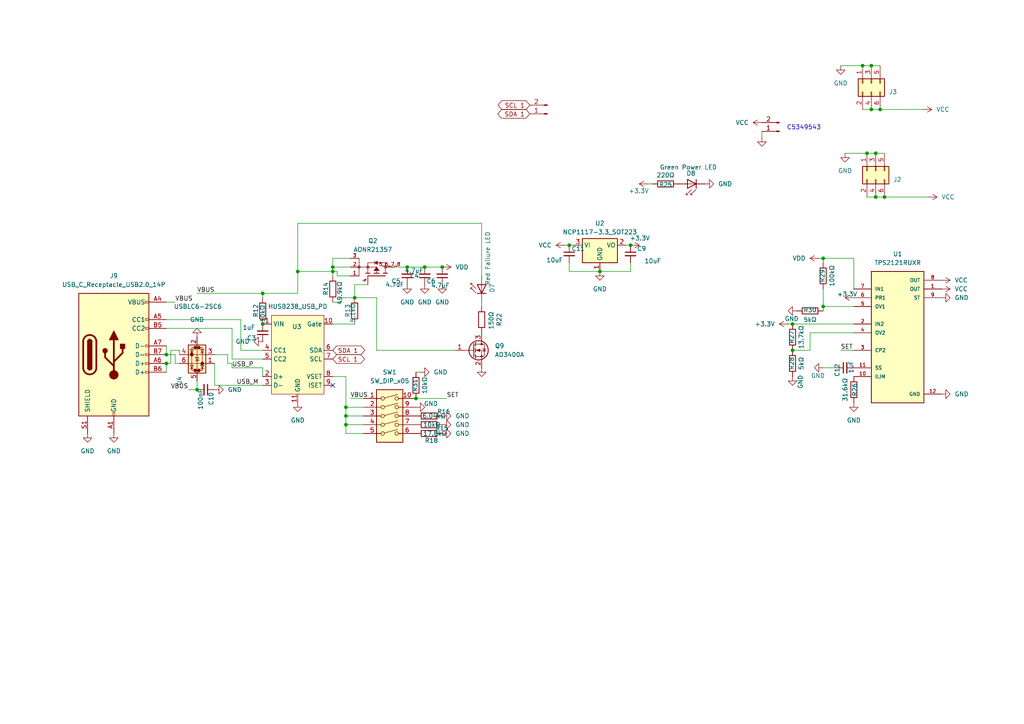
<source format=kicad_sch>
(kicad_sch (version 20250114) (generator "eeschema") (generator_version "9.0")
  (paper "A4")
  (lib_symbols
    (symbol "Connector:Conn_01x02_Pin" (pin_names (offset 1.016) (hide yes))
      (property "Reference" "J" (at 0 2.54 0))
      (property "Value" "Conn_01x02_Pin" (at 0 -5.08 0))
      (symbol "Conn_01x02_Pin_1_1"
        (rectangle (start 0.8636 0.127) (end 0 -0.127) (stroke (width 0.1524)) (fill (type outline)))
        (rectangle (start 0.8636 -2.413) (end 0 -2.667) (stroke (width 0.1524)) (fill (type outline)))
        (polyline (pts (xy 1.27 0) (xy 0.8636 0)) (stroke (width 0.1524)))
        (polyline (pts (xy 1.27 -2.54) (xy 0.8636 -2.54)) (stroke (width 0.1524)))
        (pin passive line (at 5.08 0 180) (length 3.81) (name "Pin_1") (number "1"))
        (pin passive line (at 5.08 -2.54 180) (length 3.81) (name "Pin_2") (number "2"))
      )
    )
    (symbol "Connector:USB_C_Receptacle_USB2.0_14P" (pin_names (offset 1.016))
      (property "Reference" "J" (at 0 22.225 0))
      (property "Value" "USB_C_Receptacle_USB2.0_14P" (at 0 19.685 0))
      (symbol "USB_C_Receptacle_USB2.0_14P_0_0"
        (rectangle (start -0.254 -17.78) (end 0.254 -16.764))
        (rectangle (start 10.16 15.494) (end 9.144 14.986))
        (rectangle (start 10.16 10.414) (end 9.144 9.906))
        (rectangle (start 10.16 7.874) (end 9.144 7.366))
        (rectangle (start 10.16 2.794) (end 9.144 2.286))
        (rectangle (start 10.16 0.254) (end 9.144 -0.254))
        (rectangle (start 10.16 -2.286) (end 9.144 -2.794))
        (rectangle (start 10.16 -4.826) (end 9.144 -5.334))
      )
      (symbol "USB_C_Receptacle_USB2.0_14P_0_1"
        (rectangle (start -10.16 17.78) (end 10.16 -17.78) (stroke (width 0.254)) (fill (type background)))
        (polyline (pts (xy -8.89 -3.81) (xy -8.89 3.81)) (stroke (width 0.508)))
        (rectangle (start -7.62 -3.81) (end -6.35 3.81) (stroke (width 0.254)) (fill (type outline)))
        (arc (start -7.62 3.81) (mid -6.985 4.4423) (end -6.35 3.81) (stroke (width 0.254)))
        (arc (start -7.62 3.81) (mid -6.985 4.4423) (end -6.35 3.81) (stroke (width 0.254)) (fill (type outline)))
        (arc (start -8.89 3.81) (mid -6.985 5.7067) (end -5.08 3.81) (stroke (width 0.508)))
        (arc (start -5.08 -3.81) (mid -6.985 -5.7067) (end -8.89 -3.81) (stroke (width 0.508)))
        (arc (start -6.35 -3.81) (mid -6.985 -4.4423) (end -7.62 -3.81) (stroke (width 0.254)))
        (arc (start -6.35 -3.81) (mid -6.985 -4.4423) (end -7.62 -3.81) (stroke (width 0.254)) (fill (type outline)))
        (polyline (pts (xy -5.08 3.81) (xy -5.08 -3.81)) (stroke (width 0.508)))
        (circle (center -2.54 1.143) (radius 0.635) (stroke (width 0.254)) (fill (type outline)))
        (polyline (pts (xy -1.27 4.318) (xy 0 6.858) (xy 1.27 4.318) (xy -1.27 4.318)) (stroke (width 0.254)) (fill (type outline)))
        (polyline (pts (xy 0 -2.032) (xy 2.54 0.508) (xy 2.54 1.778)) (stroke (width 0.508)))
        (polyline (pts (xy 0 -3.302) (xy -2.54 -0.762) (xy -2.54 0.508)) (stroke (width 0.508)))
        (polyline (pts (xy 0 -5.842) (xy 0 4.318)) (stroke (width 0.508)))
        (circle (center 0 -5.842) (radius 1.27) (fill (type outline)))
        (rectangle (start 1.905 1.778) (end 3.175 3.048) (stroke (width 0.254)) (fill (type outline)))
      )
      (symbol "USB_C_Receptacle_USB2.0_14P_1_1"
        (pin passive line (at -7.62 -22.86 90) (length 5.08) (name "SHIELD") (number "S1"))
        (pin passive line (at 0 -22.86 90) (length 5.08) (name "GND") (number "A1"))
        (pin passive line (at 0 -22.86 90) (length 5.08) (hide yes) (name "GND") (number "A12"))
        (pin passive line (at 0 -22.86 90) (length 5.08) (hide yes) (name "GND") (number "B1"))
        (pin passive line (at 0 -22.86 90) (length 5.08) (hide yes) (name "GND") (number "B12"))
        (pin passive line (at 15.24 15.24 180) (length 5.08) (name "VBUS") (number "A4"))
        (pin passive line (at 15.24 15.24 180) (length 5.08) (hide yes) (name "VBUS") (number "A9"))
        (pin passive line (at 15.24 15.24 180) (length 5.08) (hide yes) (name "VBUS") (number "B4"))
        (pin passive line (at 15.24 15.24 180) (length 5.08) (hide yes) (name "VBUS") (number "B9"))
        (pin bidirectional line (at 15.24 10.16 180) (length 5.08) (name "CC1") (number "A5"))
        (pin bidirectional line (at 15.24 7.62 180) (length 5.08) (name "CC2") (number "B5"))
        (pin bidirectional line (at 15.24 2.54 180) (length 5.08) (name "D-") (number "A7"))
        (pin bidirectional line (at 15.24 0 180) (length 5.08) (name "D-") (number "B7"))
        (pin bidirectional line (at 15.24 -2.54 180) (length 5.08) (name "D+") (number "A6"))
        (pin bidirectional line (at 15.24 -5.08 180) (length 5.08) (name "D+") (number "B6"))
      )
    )
    (symbol "Connector_Generic:Conn_02x03_Odd_Even" (pin_names (offset 1.016) (hide yes))
      (property "Reference" "J" (at 1.27 5.08 0))
      (property "Value" "Conn_02x03_Odd_Even" (at 1.27 -5.08 0))
      (symbol "Conn_02x03_Odd_Even_1_1"
        (rectangle (start -1.27 3.81) (end 3.81 -3.81) (stroke (width 0.254)) (fill (type background)))
        (rectangle (start -1.27 2.667) (end 0 2.413) (stroke (width 0.1524)))
        (rectangle (start -1.27 0.127) (end 0 -0.127) (stroke (width 0.1524)))
        (rectangle (start -1.27 -2.413) (end 0 -2.667) (stroke (width 0.1524)))
        (rectangle (start 3.81 2.667) (end 2.54 2.413) (stroke (width 0.1524)))
        (rectangle (start 3.81 0.127) (end 2.54 -0.127) (stroke (width 0.1524)))
        (rectangle (start 3.81 -2.413) (end 2.54 -2.667) (stroke (width 0.1524)))
        (pin passive line (at -5.08 2.54 0) (length 3.81) (name "Pin_1") (number "1"))
        (pin passive line (at -5.08 0 0) (length 3.81) (name "Pin_3") (number "3"))
        (pin passive line (at -5.08 -2.54 0) (length 3.81) (name "Pin_5") (number "5"))
        (pin passive line (at 7.62 2.54 180) (length 3.81) (name "Pin_2") (number "2"))
        (pin passive line (at 7.62 0 180) (length 3.81) (name "Pin_4") (number "4"))
        (pin passive line (at 7.62 -2.54 180) (length 3.81) (name "Pin_6") (number "6"))
      )
    )
    (symbol "Custom_Parts:LED" (pin_numbers (hide yes)) (pin_names (offset 1.016) (hide yes))
      (property "Reference" "D" (at 0.508 1.778 0))
      (property "Value" "LED" (at -1.016 -2.794 0))
      (symbol "LED_0_1"
        (polyline (pts (xy -2.54 1.27) (xy -2.54 -1.27)) (stroke (width 0.254)))
        (polyline (pts (xy -2.413 1.651) (xy -0.889 3.175) (xy -0.889 2.667) (xy -0.889 3.175) (xy -1.397 3.175)))
        (polyline (pts (xy -1.143 1.651) (xy 0.381 3.175) (xy 0.381 2.667)))
        (polyline (pts (xy 0 0) (xy -2.54 0)))
        (polyline (pts (xy 0 -1.27) (xy -2.54 0) (xy 0 1.27) (xy 0 -1.27)) (stroke (width 0.254)))
        (polyline (pts (xy 0.381 3.175) (xy -0.127 3.175)))
      )
      (symbol "LED_1_1"
        (pin passive line (at -5.08 0 0) (length 2.54) (name "K") (number "1"))
        (pin passive line (at 2.54 0 180) (length 2.54) (name "A") (number "2"))
      )
    )
    (symbol "Device:C_Small" (pin_numbers (hide yes)) (pin_names (offset 0.254) (hide yes))
      (property "Reference" "C" (at 0.254 1.778 0))
      (property "Value" "C_Small" (at 0.254 -2.032 0))
      (symbol "C_Small_0_1"
        (polyline (pts (xy -1.524 0.508) (xy 1.524 0.508)) (stroke (width 0.3048)))
        (polyline (pts (xy -1.524 -0.508) (xy 1.524 -0.508)) (stroke (width 0.3302)))
      )
      (symbol "C_Small_1_1"
        (pin passive line (at 0 2.54 270) (length 2.032) (name "~") (number "1"))
        (pin passive line (at 0 -2.54 90) (length 2.032) (name "~") (number "2"))
      )
    )
    (symbol "New_Library:HUSB238"
      (property "Reference" "U" (at 2.032 5.334 0))
      (property "Value" "HUSB238_USB_PD" (at 0.254 12.954 0))
      (symbol "HUSB238_1_1"
        (rectangle (start -7.62 11.43) (end 7.62 -11.43) (fill (type background)))
        (pin power_in line (at -10.16 8.89 0) (length 2.54) (name "VIN") (number "1"))
        (pin input line (at -10.16 1.27 0) (length 2.54) (name "CC1") (number "4"))
        (pin input line (at -10.16 -1.27 0) (length 2.54) (name "CC2") (number "5"))
        (pin input line (at -10.16 -6.35 0) (length 2.54) (name "D+") (number "2"))
        (pin input line (at -10.16 -8.89 0) (length 2.54) (name "D-") (number "3"))
        (pin power_in line (at 0 -13.97 90) (length 2.54) (name "GND") (number "11"))
        (pin output line (at 10.16 8.89 180) (length 2.54) (name "Gate") (number "10"))
        (pin input line (at 10.16 1.27 180) (length 2.54) (name "SDA") (number "6"))
        (pin bidirectional line (at 10.16 -1.27 180) (length 2.54) (name "SCL") (number "7"))
        (pin input line (at 10.16 -6.35 180) (length 2.54) (name "VSET") (number "8"))
        (pin input line (at 10.16 -8.89 180) (length 2.54) (name "ISET") (number "9"))
      )
    )
    (symbol "PCM_SL_Resistors:1k"
      (property "Reference" "R" (at 0 5.08 0))
      (property "Value" "1k" (at 0 2.54 0))
      (symbol "1k_0_1"
        (rectangle (start -2.286 0.889) (end 2.286 -0.889) (stroke (width 0.24)))
      )
      (symbol "1k_1_1"
        (pin passive line (at -3.81 0 0) (length 1.5) (name "") (number "1"))
        (pin passive line (at 3.81 0 180) (length 1.5) (name "~") (number "2"))
      )
    )
    (symbol "PCM_SL_Resistors:4.7k"
      (property "Reference" "R" (at 0 5.08 0))
      (property "Value" "4.7k" (at 0 2.54 0))
      (symbol "4.7k_0_1"
        (rectangle (start -2.286 0.889) (end 2.286 -0.889) (stroke (width 0.24)))
      )
      (symbol "4.7k_1_1"
        (pin passive line (at -3.81 0 0) (length 1.5) (name "") (number "1"))
        (pin passive line (at 3.81 0 180) (length 1.5) (name "~") (number "2"))
      )
    )
    (symbol "Power_Protection:USBLC6-2SC6" (pin_names (hide yes))
      (property "Reference" "U" (at 0.635 5.715 0))
      (property "Value" "USBLC6-2SC6" (at 0.635 3.81 0))
      (symbol "USBLC6-2SC6_0_0"
        (circle (center -1.524 0) (radius 0.0001) (stroke (width 0.508)))
        (circle (center -0.508 2.032) (radius 0.0001) (stroke (width 0.508)))
        (circle (center -0.508 -4.572) (radius 0.0001) (stroke (width 0.508)))
        (circle (center 0.508 2.032) (radius 0.0001) (stroke (width 0.508)))
        (circle (center 0.508 -4.572) (radius 0.0001) (stroke (width 0.508)))
        (circle (center 1.524 -2.54) (radius 0.0001) (stroke (width 0.508)))
      )
      (symbol "USBLC6-2SC6_0_1"
        (polyline (pts (xy -2.54 0) (xy 2.54 0)))
        (polyline (pts (xy -2.54 -2.54) (xy 2.54 -2.54)))
        (polyline (pts (xy -2.032 0.508) (xy -1.016 0.508) (xy -1.524 1.524) (xy -2.032 0.508)))
        (polyline (pts (xy -2.032 -3.048) (xy -1.016 -3.048)))
        (polyline (pts (xy -1.016 1.524) (xy -2.032 1.524)))
        (polyline (pts (xy -1.016 -4.064) (xy -2.032 -4.064) (xy -1.524 -3.048) (xy -1.016 -4.064)))
        (polyline (pts (xy -0.508 -1.143) (xy -0.508 -0.762) (xy 0.508 -0.762)))
        (polyline (pts (xy 0 2.54) (xy -0.508 2.032) (xy 0.508 2.032) (xy 0 1.524) (xy 0 -4.064) (xy -0.508 -4.572) (xy 0.508 -4.572) (xy 0 -5.08)))
        (polyline (pts (xy 0.508 -1.778) (xy -0.508 -1.778) (xy 0 -0.762) (xy 0.508 -1.778)))
        (polyline (pts (xy 1.016 1.524) (xy 2.032 1.524)))
        (polyline (pts (xy 1.016 -3.048) (xy 2.032 -3.048)))
        (polyline (pts (xy 2.032 0.508) (xy 1.016 0.508) (xy 1.524 1.524) (xy 2.032 0.508)))
        (polyline (pts (xy 2.032 -4.064) (xy 1.016 -4.064) (xy 1.524 -3.048) (xy 2.032 -4.064)))
      )
      (symbol "USBLC6-2SC6_1_1"
        (rectangle (start -2.54 2.794) (end 2.54 -5.334) (stroke (width 0.254)) (fill (type background)))
        (polyline (pts (xy -0.508 2.032) (xy -1.524 2.032) (xy -1.524 -4.572) (xy -0.508 -4.572)))
        (polyline (pts (xy 0.508 -4.572) (xy 1.524 -4.572) (xy 1.524 2.032) (xy 0.508 2.032)))
        (pin passive line (at -5.08 0 0) (length 2.54) (name "I/O1") (number "1"))
        (pin passive line (at -5.08 -2.54 0) (length 2.54) (name "I/O2") (number "3"))
        (pin passive line (at 0 5.08 270) (length 2.54) (name "VBUS") (number "5"))
        (pin passive line (at 0 -7.62 90) (length 2.54) (name "GND") (number "2"))
        (pin passive line (at 5.08 0 180) (length 2.54) (name "I/O1") (number "6"))
        (pin passive line (at 5.08 -2.54 180) (length 2.54) (name "I/O2") (number "4"))
      )
    )
    (symbol "Regulator_Linear:NCP1117-3.3_SOT223"
      (property "Reference" "U" (at -3.81 3.175 0))
      (property "Value" "NCP1117-3.3_SOT223" (at 0 3.175 0))
      (symbol "NCP1117-3.3_SOT223_0_1"
        (rectangle (start -5.08 -5.08) (end 5.08 1.905) (stroke (width 0.254)) (fill (type background)))
      )
      (symbol "NCP1117-3.3_SOT223_1_1"
        (pin power_in line (at -7.62 0 0) (length 2.54) (name "VI") (number "3"))
        (pin power_in line (at 0 -7.62 90) (length 2.54) (name "GND") (number "1"))
        (pin power_out line (at 7.62 0 180) (length 2.54) (name "VO") (number "2"))
      )
    )
    (symbol "Switch:SW_DIP_x05" (pin_names (offset 0) (hide yes))
      (property "Reference" "SW" (at 0 8.89 0))
      (property "Value" "SW_DIP_x05" (at 0 -8.89 0))
      (symbol "SW_DIP_x05_0_0"
        (circle (center -2.032 5.08) (radius 0.508))
        (circle (center -2.032 2.54) (radius 0.508))
        (circle (center -2.032 0) (radius 0.508))
        (circle (center -2.032 -2.54) (radius 0.508))
        (circle (center -2.032 -5.08) (radius 0.508))
        (polyline (pts (xy -1.524 5.207) (xy 2.3622 6.2484)))
        (polyline (pts (xy -1.524 2.667) (xy 2.3622 3.7084)))
        (polyline (pts (xy -1.524 0.127) (xy 2.3622 1.1684)))
        (polyline (pts (xy -1.524 -2.3876) (xy 2.3622 -1.3462)))
        (polyline (pts (xy -1.524 -4.9276) (xy 2.3622 -3.8862)))
        (circle (center 2.032 5.08) (radius 0.508))
        (circle (center 2.032 2.54) (radius 0.508))
        (circle (center 2.032 0) (radius 0.508))
        (circle (center 2.032 -2.54) (radius 0.508))
        (circle (center 2.032 -5.08) (radius 0.508))
      )
      (symbol "SW_DIP_x05_0_1"
        (rectangle (start -3.81 7.62) (end 3.81 -7.62) (stroke (width 0.254)) (fill (type background)))
      )
      (symbol "SW_DIP_x05_1_1"
        (pin passive line (at -7.62 5.08 0) (length 5.08) (name "~") (number "1"))
        (pin passive line (at -7.62 2.54 0) (length 5.08) (name "~") (number "2"))
        (pin passive line (at -7.62 0 0) (length 5.08) (name "~") (number "3"))
        (pin passive line (at -7.62 -2.54 0) (length 5.08) (name "~") (number "4"))
        (pin passive line (at -7.62 -5.08 0) (length 5.08) (name "~") (number "5"))
        (pin passive line (at 7.62 5.08 180) (length 5.08) (name "~") (number "10"))
        (pin passive line (at 7.62 2.54 180) (length 5.08) (name "~") (number "9"))
        (pin passive line (at 7.62 0 180) (length 5.08) (name "~") (number "8"))
        (pin passive line (at 7.62 -2.54 180) (length 5.08) (name "~") (number "7"))
        (pin passive line (at 7.62 -5.08 180) (length 5.08) (name "~") (number "6"))
      )
    )
    (symbol "TPS2121RUXR:TPS2121RUXR" (pin_names (offset 1.016))
      (property "Reference" "U1" (at 0 25.4 0))
      (property "Value" "TPS2121RUXR" (at 0 22.86 0))
      (symbol "TPS2121RUXR_0_0"
        (rectangle (start -7.62 20.32) (end 7.62 -17.78) (stroke (width 0.254)) (fill (type background)))
        (pin input line (at -12.7 15.24 0) (length 5.08) (name "IN1") (number "7"))
        (pin input line (at -12.7 12.7 0) (length 5.08) (name "PR1") (number "6"))
        (pin input line (at -12.7 10.16 0) (length 5.08) (name "OV1") (number "5"))
        (pin input line (at -12.7 5.08 0) (length 5.08) (name "IN2") (number "2"))
        (pin input line (at -12.7 2.54 0) (length 5.08) (name "OV2") (number "4"))
        (pin input line (at -12.7 -2.54 0) (length 5.08) (name "CP2") (number "3"))
        (pin passive line (at -12.7 -7.62 0) (length 5.08) (name "SS") (number "11"))
        (pin passive line (at -12.7 -10.16 0) (length 5.08) (name "ILIM") (number "10"))
        (pin output line (at 12.7 12.7 180) (length 5.08) (name "ST") (number "9"))
        (pin power_in line (at 12.7 -15.24 180) (length 5.08) (name "GND") (number "12"))
      )
      (symbol "TPS2121RUXR_1_0"
        (pin output line (at 12.7 17.78 180) (length 5.08) (name "OUT") (number "8"))
        (pin output line (at 12.7 15.24 180) (length 5.08) (name "OUT") (number "1"))
      )
    )
    (symbol "Transistor_FET:AO3400A" (pin_names (hide yes))
      (property "Reference" "Q" (at 5.08 1.905 0))
      (property "Value" "AO3400A" (at 5.08 0 0))
      (symbol "AO3400A_0_1"
        (polyline (pts (xy 0.254 1.905) (xy 0.254 -1.905)) (stroke (width 0.254)))
        (polyline (pts (xy 0.254 0) (xy -2.54 0)))
        (polyline (pts (xy 0.762 2.286) (xy 0.762 1.27)) (stroke (width 0.254)))
        (polyline (pts (xy 0.762 0.508) (xy 0.762 -0.508)) (stroke (width 0.254)))
        (polyline (pts (xy 0.762 -1.27) (xy 0.762 -2.286)) (stroke (width 0.254)))
        (polyline (pts (xy 0.762 -1.778) (xy 3.302 -1.778) (xy 3.302 1.778) (xy 0.762 1.778)))
        (polyline (pts (xy 1.016 0) (xy 2.032 0.381) (xy 2.032 -0.381) (xy 1.016 0)) (fill (type outline)))
        (circle (center 1.651 0) (radius 2.794) (stroke (width 0.254)))
        (polyline (pts (xy 2.54 2.54) (xy 2.54 1.778)))
        (circle (center 2.54 1.778) (radius 0.254) (fill (type outline)))
        (circle (center 2.54 -1.778) (radius 0.254) (fill (type outline)))
        (polyline (pts (xy 2.54 -2.54) (xy 2.54 0) (xy 0.762 0)))
        (polyline (pts (xy 2.794 0.508) (xy 2.921 0.381) (xy 3.683 0.381) (xy 3.81 0.254)))
        (polyline (pts (xy 3.302 0.381) (xy 2.921 -0.254) (xy 3.683 -0.254) (xy 3.302 0.381)))
      )
      (symbol "AO3400A_1_1"
        (pin input line (at -5.08 0 0) (length 2.54) (name "G") (number "1"))
        (pin passive line (at 2.54 5.08 270) (length 2.54) (name "D") (number "3"))
        (pin passive line (at 2.54 -5.08 90) (length 2.54) (name "S") (number "2"))
      )
    )
    (symbol "mosfet:AONR21307" (pin_names (offset 1.016))
      (property "Reference" "Q" (at 5.08 0.381 0))
      (property "Value" "AONR21307" (at 5.08 -2.159 0))
      (symbol "AONR21307_0_0"
        (polyline (pts (xy 0 5.08) (xy 2.54 5.08)) (stroke (width 0.1524)))
        (polyline (pts (xy 0 -2.54) (xy 0 2.54)) (stroke (width 0.254)))
        (polyline (pts (xy 0.762 2.54) (xy 0.762 3.175)) (stroke (width 0.254)))
        (polyline (pts (xy 0.762 1.905) (xy 0.762 2.54)) (stroke (width 0.254)))
        (polyline (pts (xy 0.762 0) (xy 0.762 0.762)) (stroke (width 0.254)))
        (polyline (pts (xy 0.762 0) (xy 2.54 0)) (stroke (width 0.1524)))
        (polyline (pts (xy 0.762 -0.762) (xy 0.762 0)) (stroke (width 0.254)))
        (polyline (pts (xy 0.762 -2.54) (xy 0.762 -1.905)) (stroke (width 0.254)))
        (polyline (pts (xy 0.762 -2.54) (xy 3.81 -2.54)) (stroke (width 0.1524)))
        (polyline (pts (xy 0.762 -3.175) (xy 0.762 -2.54)) (stroke (width 0.254)))
        (polyline (pts (xy 2.54 5.08) (xy 2.54 2.54)) (stroke (width 0.1524)))
        (polyline (pts (xy 2.54 5.08) (xy 5.08 5.08)) (stroke (width 0.1524)))
        (circle (center 2.54 5.08) (radius 0.3592))
        (polyline (pts (xy 2.54 2.54) (xy 0.762 2.54)) (stroke (width 0.1524)))
        (polyline (pts (xy 2.54 2.54) (xy 3.81 2.54)) (stroke (width 0.1524)))
        (circle (center 2.54 2.54) (radius 0.3592))
        (polyline (pts (xy 2.54 0) (xy 2.54 2.54)) (stroke (width 0.1524)))
        (polyline (pts (xy 2.54 0) (xy 1.524 0.762) (xy 1.524 -0.762) (xy 2.54 0)) (stroke (width 0.1524)) (fill (type outline)))
        (circle (center 2.54 -2.54) (radius 0.3592))
        (polyline (pts (xy 3.302 0.508) (xy 3.81 0.508)) (stroke (width 0.1524)))
        (polyline (pts (xy 3.81 0.508) (xy 3.81 2.54)) (stroke (width 0.1524)))
        (polyline (pts (xy 3.81 0.508) (xy 4.318 0.508)) (stroke (width 0.1524)))
        (polyline (pts (xy 3.81 0.508) (xy 4.318 -0.254) (xy 3.302 -0.254) (xy 3.81 0.508)) (stroke (width 0.1524)) (fill (type outline)))
        (polyline (pts (xy 3.81 -2.54) (xy 3.81 0.508)) (stroke (width 0.1524)))
        (pin passive line (at -2.54 2.54 0) (length 2.54) (name "~") (number "4"))
        (pin passive line (at 0 7.62 270) (length 2.54) (name "~") (number "1"))
        (pin passive line (at 2.54 7.62 270) (length 2.54) (name "~") (number "2"))
        (pin passive line (at 2.54 -5.08 90) (length 2.54) (name "~") (number "5_6_7_8"))
        (pin passive line (at 5.08 7.62 270) (length 2.54) (name "~") (number "3"))
      )
    )
    (symbol "power:+3.3V" (power) (pin_numbers (hide yes)) (pin_names (offset 0) (hide yes))
      (property "Value" "+3.3V" (at 0 3.556 0))
      (symbol "+3.3V_0_1"
        (polyline (pts (xy -0.762 1.27) (xy 0 2.54)))
        (polyline (pts (xy 0 2.54) (xy 0.762 1.27)))
        (polyline (pts (xy 0 0) (xy 0 2.54)))
      )
      (symbol "+3.3V_1_1"
        (pin power_in line (at 0 0 90) (length 0) (name "~") (number "1"))
      )
    )
    (symbol "power:GND" (power) (pin_numbers (hide yes)) (pin_names (offset 0) (hide yes))
      (property "Value" "GND" (at 0 -3.81 0))
      (symbol "GND_0_1"
        (polyline (pts (xy 0 0) (xy 0 -1.27) (xy 1.27 -1.27) (xy 0 -2.54) (xy -1.27 -1.27) (xy 0 -1.27)))
      )
      (symbol "GND_1_1"
        (pin power_in line (at 0 0 270) (length 0) (name "~") (number "1"))
      )
    )
    (symbol "power:VCC" (power) (pin_numbers (hide yes)) (pin_names (offset 0) (hide yes))
      (property "Value" "VCC" (at 0 3.556 0))
      (symbol "VCC_0_1"
        (polyline (pts (xy -0.762 1.27) (xy 0 2.54)))
        (polyline (pts (xy 0 2.54) (xy 0.762 1.27)))
        (polyline (pts (xy 0 0) (xy 0 2.54)))
      )
      (symbol "VCC_1_1"
        (pin power_in line (at 0 0 90) (length 0) (name "~") (number "1"))
      )
    )
    (symbol "power:VDD" (power) (pin_numbers (hide yes)) (pin_names (offset 0) (hide yes))
      (property "Value" "VDD" (at 0 3.556 0))
      (symbol "VDD_0_1"
        (polyline (pts (xy -0.762 1.27) (xy 0 2.54)))
        (polyline (pts (xy 0 2.54) (xy 0.762 1.27)))
        (polyline (pts (xy 0 0) (xy 0 2.54)))
      )
      (symbol "VDD_1_1"
        (pin power_in line (at 0 0 90) (length 0) (name "~") (number "1"))
      )
    )
  )
  (text "C5349543\n" (at 233.172 37.084 0) (effects (font (size 1.27 1.27))))
  (junction (at 229.87 101.6))
  (junction (at 118.11 77.47))
  (junction (at 256.54 57.15))
  (junction (at 254 57.15))
  (junction (at 57.15 113.03))
  (junction (at 252.73 19.05))
  (junction (at 48.26 102.87))
  (junction (at 128.27 77.47))
  (junction (at 100.33 120.65))
  (junction (at 238.76 74.93))
  (junction (at 182.88 71.12))
  (junction (at 96.52 77.47))
  (junction (at 48.26 105.41))
  (junction (at 238.76 88.9))
  (junction (at 86.36 78.74))
  (junction (at 76.2 85.09))
  (junction (at 229.87 93.98))
  (junction (at 100.33 118.11))
  (junction (at 102.87 86.36))
  (junction (at 255.27 31.75))
  (junction (at 120.65 115.57))
  (junction (at 76.2 93.98))
  (junction (at 252.73 31.75))
  (junction (at 96.52 78.74))
  (junction (at 254 44.45))
  (junction (at 250.19 19.05))
  (junction (at 100.33 123.19))
  (junction (at 251.46 44.45))
  (junction (at 173.99 78.74))
  (junction (at 123.19 77.47))
  (junction (at 165.1 71.12))
  (no_connect (at 96.52 111.76))
  (wire (pts (xy 67.31 105.41) (xy 67.31 106.68)))
  (wire (pts (xy 245.11 44.45) (xy 251.46 44.45)))
  (wire (pts (xy 76.2 85.09) (xy 86.36 85.09)))
  (wire (pts (xy 69.85 101.6) (xy 76.2 101.6)))
  (wire (pts (xy 139.7 64.77) (xy 139.7 80.01)))
  (wire (pts (xy 106.68 82.55) (xy 102.87 82.55)))
  (wire (pts (xy 48.26 100.33) (xy 48.26 102.87)))
  (wire (pts (xy 62.23 105.41) (xy 62.23 111.76)))
  (wire (pts (xy 123.19 77.47) (xy 128.27 77.47)))
  (wire (pts (xy 238.76 88.9) (xy 238.76 83.82)))
  (wire (pts (xy 100.33 120.65) (xy 105.41 120.65)))
  (wire (pts (xy 229.87 101.6) (xy 234.95 101.6)))
  (wire (pts (xy 250.19 31.75) (xy 252.73 31.75)))
  (wire (pts (xy 109.22 101.6) (xy 132.08 101.6)))
  (wire (pts (xy 48.26 102.87) (xy 50.8 102.87)))
  (wire (pts (xy 247.65 74.93) (xy 247.65 83.82)))
  (wire (pts (xy 86.36 64.77) (xy 139.7 64.77)))
  (wire (pts (xy 76.2 86.36) (xy 76.2 85.09)))
  (wire (pts (xy 238.76 74.93) (xy 247.65 74.93)))
  (wire (pts (xy 48.26 95.25) (xy 67.31 95.25)))
  (wire (pts (xy 251.46 57.15) (xy 254 57.15)))
  (wire (pts (xy 100.33 120.65) (xy 100.33 123.19)))
  (wire (pts (xy 96.52 80.01) (xy 96.52 78.74)))
  (wire (pts (xy 100.33 125.73) (xy 105.41 125.73)))
  (wire (pts (xy 86.36 78.74) (xy 96.52 78.74)))
  (wire (pts (xy 50.8 105.41) (xy 52.07 105.41)))
  (wire (pts (xy 76.2 106.68) (xy 76.2 109.22)))
  (wire (pts (xy 97.79 80.01) (xy 97.79 78.74)))
  (wire (pts (xy 96.52 74.93) (xy 101.6 74.93)))
  (wire (pts (xy 97.79 78.74) (xy 96.52 78.74)))
  (wire (pts (xy 252.73 31.75) (xy 255.27 31.75)))
  (wire (pts (xy 163.83 71.12) (xy 165.1 71.12)))
  (wire (pts (xy 57.15 85.09) (xy 76.2 85.09)))
  (wire (pts (xy 139.7 87.63) (xy 139.7 88.9)))
  (wire (pts (xy 102.87 93.98) (xy 96.52 93.98)))
  (wire (pts (xy 48.26 105.41) (xy 49.53 105.41)))
  (wire (pts (xy 86.36 85.09) (xy 86.36 78.74)))
  (wire (pts (xy 220.98 39.878) (xy 220.98 38.1)))
  (wire (pts (xy 96.52 77.47) (xy 101.6 77.47)))
  (wire (pts (xy 247.65 88.9) (xy 238.76 88.9)))
  (wire (pts (xy 100.33 118.11) (xy 100.33 120.65)))
  (wire (pts (xy 238.76 88.9) (xy 238.76 90.17)))
  (wire (pts (xy 234.95 96.52) (xy 247.65 96.52)))
  (wire (pts (xy 234.95 101.6) (xy 234.95 96.52)))
  (wire (pts (xy 238.76 74.93) (xy 238.76 76.2)))
  (wire (pts (xy 254 44.45) (xy 256.54 44.45)))
  (wire (pts (xy 238.76 106.68) (xy 242.57 106.68)))
  (wire (pts (xy 256.54 57.15) (xy 269.24 57.15)))
  (wire (pts (xy 100.33 123.19) (xy 100.33 125.73)))
  (wire (pts (xy 96.52 109.22) (xy 100.33 109.22)))
  (wire (pts (xy 86.36 78.74) (xy 86.36 64.77)))
  (wire (pts (xy 120.65 115.57) (xy 129.54 115.57)))
  (wire (pts (xy 100.33 109.22) (xy 100.33 118.11)))
  (wire (pts (xy 120.65 107.95) (xy 121.92 107.95)))
  (wire (pts (xy 182.88 78.74) (xy 173.99 78.74)))
  (wire (pts (xy 243.84 19.05) (xy 250.19 19.05)))
  (wire (pts (xy 62.23 111.76) (xy 76.2 111.76)))
  (wire (pts (xy 62.23 102.87) (xy 66.04 102.87)))
  (wire (pts (xy 109.22 86.36) (xy 109.22 101.6)))
  (wire (pts (xy 114.3 77.47) (xy 118.11 77.47)))
  (wire (pts (xy 101.6 115.57) (xy 105.41 115.57)))
  (wire (pts (xy 182.88 76.2) (xy 182.88 78.74)))
  (wire (pts (xy 252.73 19.05) (xy 255.27 19.05)))
  (wire (pts (xy 50.8 102.87) (xy 50.8 105.41)))
  (wire (pts (xy 48.26 105.41) (xy 48.26 107.95)))
  (wire (pts (xy 250.19 19.05) (xy 252.73 19.05)))
  (wire (pts (xy 102.87 82.55) (xy 102.87 86.36)))
  (wire (pts (xy 100.33 118.11) (xy 105.41 118.11)))
  (wire (pts (xy 165.1 71.12) (xy 166.37 71.12)))
  (wire (pts (xy 48.26 92.71) (xy 69.85 92.71)))
  (wire (pts (xy 100.33 123.19) (xy 105.41 123.19)))
  (wire (pts (xy 96.52 74.93) (xy 96.52 77.47)))
  (wire (pts (xy 99.06 86.36) (xy 102.87 86.36)))
  (wire (pts (xy 57.15 113.03) (xy 54.61 113.03)))
  (wire (pts (xy 49.53 105.41) (xy 49.53 101.6)))
  (wire (pts (xy 97.79 80.01) (xy 101.6 80.01)))
  (wire (pts (xy 181.61 71.12) (xy 182.88 71.12)))
  (wire (pts (xy 67.31 106.68) (xy 76.2 106.68)))
  (wire (pts (xy 52.07 101.6) (xy 52.07 102.87)))
  (wire (pts (xy 66.04 105.41) (xy 67.31 105.41)))
  (wire (pts (xy 67.31 104.14) (xy 76.2 104.14)))
  (wire (pts (xy 96.52 87.63) (xy 99.06 87.63)))
  (wire (pts (xy 228.6 93.98) (xy 229.87 93.98)))
  (wire (pts (xy 254 57.15) (xy 256.54 57.15)))
  (wire (pts (xy 66.04 102.87) (xy 66.04 105.41)))
  (wire (pts (xy 99.06 87.63) (xy 99.06 86.36)))
  (wire (pts (xy 187.96 53.34) (xy 189.23 53.34)))
  (wire (pts (xy 69.85 92.71) (xy 69.85 101.6)))
  (wire (pts (xy 251.46 44.45) (xy 254 44.45)))
  (wire (pts (xy 237.49 74.93) (xy 238.76 74.93)))
  (wire (pts (xy 102.87 86.36) (xy 109.22 86.36)))
  (wire (pts (xy 165.1 78.74) (xy 173.99 78.74)))
  (wire (pts (xy 255.27 31.75) (xy 267.716 31.75)))
  (wire (pts (xy 165.1 76.2) (xy 165.1 78.74)))
  (wire (pts (xy 57.15 110.49) (xy 57.15 113.03)))
  (wire (pts (xy 96.52 77.47) (xy 96.52 78.74)))
  (wire (pts (xy 49.53 101.6) (xy 52.07 101.6)))
  (wire (pts (xy 48.26 87.63) (xy 50.8 87.63)))
  (wire (pts (xy 229.87 93.98) (xy 247.65 93.98)))
  (wire (pts (xy 67.31 95.25) (xy 67.31 104.14)))
  (wire (pts (xy 118.11 77.47) (xy 123.19 77.47)))
  (wire (pts (xy 243.84 101.6) (xy 247.65 101.6)))
  (label "SET" (at 129.54 115.57 0))
  (label "VBUS" (at 57.15 85.09 0))
  (label "SET" (at 243.84 101.6 0))
  (label "VBUS" (at 50.8 87.63 0))
  (label "USB_P" (at 67.31 106.68 0))
  (label "VBUS" (at 101.6 115.57 0))
  (label "VBUS" (at 54.61 113.03 180))
  (label "USB_M" (at 68.58 111.76 0))
  (global_label "SCL 1" (shape bidirectional) (at 96.52 104.14 0) (property "Intersheetrefs" "${INTERSHEET_REFS}" (effects (hide yes))))
  (global_label "SDA 1" (shape bidirectional) (at 96.52 101.6 0) (property "Intersheetrefs" "${INTERSHEET_REFS}" (effects (hide yes))))
  (global_label "SCL 1" (shape bidirectional) (at 153.67 30.48 180) (property "Intersheetrefs" "${INTERSHEET_REFS}" (effects (hide yes))))
  (global_label "SDA 1" (shape bidirectional) (at 153.67 33.02 180) (property "Intersheetrefs" "${INTERSHEET_REFS}" (effects (hide yes))))
  (symbol (lib_id "Custom_Parts:LED") (at 199.39 53.34 180) (unit 1)
    (property "Reference" "D8" (at 200.406 50.292 0))
    (property "Value" "Green Power LED" (at 199.644 48.514 0))
    (property "Footprint" "LED_SMD:LED_0603_1608Metric_Pad1.05x0.95mm_HandSolder" (effects (hide yes)))
    (property "Datasheet" "http://www.alliedelec.com/m/d/40788c34903a719969df15f1fbea1056.pdf" (effects (hide yes)))
    (property "Description" "940nm IR-LED, 5mm" (effects (hide yes)))
  )
  (symbol (lib_id "power:VCC") (at 273.05 81.28 270) (unit 1)
    (property "Reference" "#PWR06" (effects (hide yes)))
    (property "Value" "VCC" (at 276.86 81.2799 90) (effects (justify left)))
    (property "Description" "Power symbol creates a global label with name \"VCC\"" (effects (hide yes)))
  )
  (symbol (lib_id "power:GND") (at 139.7 106.68 0) (unit 1)
    (property "Reference" "#PWR0131" (effects (hide yes)))
    (property "Value" "GND" (effects (hide yes)))
    (property "Description" "Power symbol creates a global label with name \"GND\" , ground" (effects (hide yes)))
  )
  (symbol (lib_id "Power_Protection:USBLC6-2SC6") (at 57.15 105.41 180) (unit 1)
    (property "Reference" "U4" (at 52.07 110.49 90))
    (property "Value" "USBLC6-2SC6" (at 57.404 88.9 0))
    (property "Footprint" "Package_TO_SOT_SMD:SOT-23-6" (effects (hide yes)))
    (property "Datasheet" "https://www.st.com/resource/en/datasheet/usblc6-2.pdf" (effects (hide yes)))
    (property "Description" "Very low capacitance ESD protection diode, 2 data-line, SOT-23-6" (effects (hide yes)))
  )
  (symbol (lib_id "mosfet:AONR21307") (at 109.22 80.01 90) (unit 1)
    (property "Reference" "Q2" (at 108.1514 69.85 90))
    (property "Value" "AONR21357" (at 108.1514 72.39 90))
    (property "Footprint" "AONR21307:TRANS_AONR21307" (effects (hide yes)))
    (property "MF" "Alpha & Omega Semiconductor Inc." (effects (hide yes)))
    (property "MAXIMUM_PACKAGE_HEIGHT" "0.90 mm" (effects (hide yes)))
    (property "Package" "PowerVDFN-8 Alpha &amp; Omega Semiconductor Inc." (effects (hide yes)))
    (property "Price" "None" (effects (hide yes)))
    (property "Check_prices" "https://www.snapeda.com/parts/AONR21307/Alpha/view-part/?ref=eda" (effects (hide yes)))
    (property "STANDARD" "Manufacturer recommendations" (effects (hide yes)))
    (property "PARTREV" "1.1" (effects (hide yes)))
    (property "SnapEDA_Link" "https://www.snapeda.com/parts/AONR21307/Alpha/view-part/?ref=snap" (effects (hide yes)))
    (property "MP" "AONR21307" (effects (hide yes)))
    (property "Description_1" "P-Channel 30 V 24A (Tc) 5W (Ta), 28W (Tc) Surface Mount 8-DFN-EP (3x3)" (effects (hide yes)))
    (property "Availability" "In Stock" (effects (hide yes)))
    (property "MANUFACTURER" "Alpha and Omega Semiconductor Inc." (effects (hide yes)))
  )
  (symbol (lib_id "power:GND") (at 231.14 90.17 270) (unit 1)
    (property "Reference" "#PWR020" (effects (hide yes)))
    (property "Value" "GND" (at 231.648 92.456 90) (effects (justify right)))
  )
  (symbol (lib_id "power:VDD") (at 237.49 74.93 90) (unit 1)
    (property "Reference" "#PWR013" (effects (hide yes)))
    (property "Value" "VDD" (at 233.68 74.9299 90) (effects (justify left)))
    (property "Description" "Power symbol creates a global label with name \"VDD\"" (effects (hide yes)))
  )
  (symbol (lib_id "PCM_SL_Resistors:4.7k") (at 124.46 125.73 180) (unit 1)
    (property "Reference" "R18" (at 123.19 127.762 0) (effects (justify right)))
    (property "Value" "17.8kΩ" (at 122.682 125.73 0) (effects (justify right)))
    (property "Footprint" "Resistor_SMD:R_0402_1005Metric_Pad0.72x0.64mm_HandSolder" (effects (hide yes)))
    (property "Description" "4.7kΩ, 1/4W Resistor" (effects (hide yes)))
  )
  (symbol (lib_id "power:VCC") (at 273.05 83.82 270) (unit 1)
    (property "Reference" "#PWR08" (effects (hide yes)))
    (property "Value" "VCC" (at 276.86 83.8199 90) (effects (justify left)))
    (property "Description" "Power symbol creates a global label with name \"VCC\"" (effects (hide yes)))
  )
  (symbol (lib_id "power:GND") (at 33.02 125.73 0) (unit 1)
    (property "Reference" "#PWR0138" (effects (hide yes)))
    (property "Value" "GND" (at 33.02 130.81 0))
    (property "Description" "Power symbol creates a global label with name \"GND\" , ground" (effects (hide yes)))
  )
  (symbol (lib_id "Device:C_Small") (at 165.1 73.66 0) (unit 1)
    (property "Reference" "C11" (at 169.672 72.136 0) (effects (justify right)))
    (property "Value" "10uF" (at 163.322 75.438 0) (effects (justify right)))
    (property "Footprint" "Capacitor_SMD:C_0402_1005Metric_Pad0.74x0.62mm_HandSolder" (effects (hide yes)))
    (property "Description" "Unpolarized capacitor, small symbol" (effects (hide yes)))
  )
  (symbol (lib_id "power:GND") (at 128.27 82.55 0) (unit 1)
    (property "Reference" "#PWR0127" (effects (hide yes)))
    (property "Value" "GND" (at 128.27 87.63 0))
    (property "Description" "Power symbol creates a global label with name \"GND\" , ground" (effects (hide yes)))
  )
  (symbol (lib_id "power:GND") (at 247.65 116.84 0) (unit 1)
    (property "Reference" "#PWR0142" (effects (hide yes)))
    (property "Value" "GND" (at 247.65 121.92 0))
    (property "Description" "Power symbol creates a global label with name \"GND\" , ground" (effects (hide yes)))
  )
  (symbol (lib_id "power:VCC") (at 267.716 31.75 270) (unit 1)
    (property "Reference" "#PWR02" (effects (hide yes)))
    (property "Value" "VCC" (at 271.526 31.7499 90) (effects (justify left)))
    (property "Description" "Power symbol creates a global label with name \"VCC\"" (effects (hide yes)))
  )
  (symbol (lib_id "power:+3.3V") (at 228.6 93.98 90) (unit 1)
    (property "Reference" "#PWR07" (effects (hide yes)))
    (property "Value" "+3.3V" (at 224.79 93.9799 90) (effects (justify left)))
    (property "Description" "Power symbol creates a global label with name \"+3.3V\"" (effects (hide yes)))
  )
  (symbol (lib_id "PCM_SL_Resistors:1k") (at 120.65 111.76 90) (unit 1)
    (property "Reference" "R31" (at 120.396 111.76 0))
    (property "Value" "10kΩ" (at 123.19 111.76 0))
    (property "Footprint" "Resistor_SMD:R_0402_1005Metric_Pad0.72x0.64mm_HandSolder" (effects (hide yes)))
    (property "Description" "1kΩ, 1/4W Resistor" (effects (hide yes)))
  )
  (symbol (lib_id "power:GND") (at 128.27 120.65 90) (unit 1)
    (property "Reference" "#PWR0132" (effects (hide yes)))
    (property "Value" "GND" (at 132.08 120.6499 90) (effects (justify right)))
    (property "Description" "Power symbol creates a global label with name \"GND\" , ground" (effects (hide yes)))
  )
  (symbol (lib_id "power:VCC") (at 163.83 71.12 90) (unit 1)
    (property "Reference" "#PWR04" (effects (hide yes)))
    (property "Value" "VCC" (at 160.02 71.1199 90) (effects (justify left)))
    (property "Description" "Power symbol creates a global label with name \"VCC\"" (effects (hide yes)))
  )
  (symbol (lib_id "PCM_SL_Resistors:4.7k") (at 124.46 120.65 180) (unit 1)
    (property "Reference" "R16" (at 126.746 119.38 0) (effects (justify right)))
    (property "Value" "6.04kΩ" (at 122.428 120.65 0) (effects (justify right)))
    (property "Footprint" "Resistor_SMD:R_0402_1005Metric_Pad0.72x0.64mm_HandSolder" (effects (hide yes)))
    (property "Description" "4.7kΩ, 1/4W Resistor" (effects (hide yes)))
  )
  (symbol (lib_id "Regulator_Linear:NCP1117-3.3_SOT223") (at 173.99 71.12 0) (unit 1)
    (property "Reference" "U2" (at 173.99 64.77 0))
    (property "Value" "NCP1117-3.3_SOT223" (at 173.99 67.31 0))
    (property "Footprint" "Package_TO_SOT_SMD:SOT-223-3_TabPin2" (effects (hide yes)))
    (property "Datasheet" "http://www.onsemi.com/pub_link/Collateral/NCP1117-D.PDF" (effects (hide yes)))
    (property "Description" "1A Low drop-out regulator, Fixed Output 3.3V, SOT-223" (effects (hide yes)))
  )
  (symbol (lib_id "power:GND") (at 62.23 113.03 90) (unit 1)
    (property "Reference" "#PWR0140" (effects (hide yes)))
    (property "Value" "GND" (at 66.04 113.0299 90) (effects (justify right)))
    (property "Description" "Power symbol creates a global label with name \"GND\" , ground" (effects (hide yes)))
  )
  (symbol (lib_id "power:GND") (at 25.4 125.73 0) (unit 1)
    (property "Reference" "#PWR0139" (effects (hide yes)))
    (property "Value" "GND" (at 25.4 130.81 0))
    (property "Description" "Power symbol creates a global label with name \"GND\" , ground" (effects (hide yes)))
  )
  (symbol (lib_id "Switch:SW_DIP_x05") (at 113.03 120.65 0) (unit 1)
    (property "Reference" "SW1" (at 113.03 107.95 0))
    (property "Value" "SW_DIP_x05" (at 113.03 110.49 0))
    (property "Footprint" "Button_Switch_SMD:SW_DIP_SPSTx05_Slide_6.7x14.26mm_W8.61mm_P2.54mm_LowProfile" (effects (hide yes)))
    (property "Description" "5x DIP Switch, Single Pole Single Throw (SPST) switch, small symbol" (effects (hide yes)))
  )
  (symbol (lib_id "PCM_SL_Resistors:4.7k") (at 102.87 90.17 90) (unit 1)
    (property "Reference" "R13" (at 100.838 88.138 0) (effects (justify right)))
    (property "Value" "5.1kΩ" (at 102.362 87.884 0) (effects (justify right)))
    (property "Footprint" "Resistor_SMD:R_0402_1005Metric_Pad0.72x0.64mm_HandSolder" (effects (hide yes)))
    (property "Description" "4.7kΩ, 1/4W Resistor" (effects (hide yes)))
  )
  (symbol (lib_id "PCM_SL_Resistors:4.7k") (at 96.52 83.82 90) (unit 1)
    (property "Reference" "R14" (at 94.488 81.788 0) (effects (justify right)))
    (property "Value" "49.9kΩ" (at 98.552 81.534 0) (effects (justify right)))
    (property "Footprint" "Resistor_SMD:R_0402_1005Metric_Pad0.72x0.64mm_HandSolder" (effects (hide yes)))
    (property "Description" "4.7kΩ, 1/4W Resistor" (effects (hide yes)))
  )
  (symbol (lib_id "power:GND") (at 118.11 82.55 0) (unit 1)
    (property "Reference" "#PWR0125" (effects (hide yes)))
    (property "Value" "GND" (at 118.11 87.63 0))
    (property "Description" "Power symbol creates a global label with name \"GND\" , ground" (effects (hide yes)))
  )
  (symbol (lib_id "PCM_SL_Resistors:1k") (at 238.76 80.01 90) (unit 1)
    (property "Reference" "R29" (at 238.506 80.01 0))
    (property "Value" "100kΩ" (at 241.3 80.01 0))
    (property "Footprint" "Resistor_SMD:R_0402_1005Metric_Pad0.72x0.64mm_HandSolder" (effects (hide yes)))
    (property "Description" "1kΩ, 1/4W Resistor" (effects (hide yes)))
  )
  (symbol (lib_id "PCM_SL_Resistors:4.7k") (at 124.46 123.19 180) (unit 1)
    (property "Reference" "R15" (at 126.238 124.206 0) (effects (justify right)))
    (property "Value" "10kΩ" (at 122.682 123.19 0) (effects (justify right)))
    (property "Footprint" "Resistor_SMD:R_0402_1005Metric_Pad0.72x0.64mm_HandSolder" (effects (hide yes)))
    (property "Description" "4.7kΩ, 1/4W Resistor" (effects (hide yes)))
  )
  (symbol (lib_id "New_Library:HUSB238") (at 86.36 102.87 0) (unit 1)
    (property "Reference" "U3" (at 86.106 94.742 0))
    (property "Value" "HUSB238_USB_PD" (at 86.36 88.9 0))
    (property "Footprint" "Package_DFN_QFN:DFN-10-1EP_3x3mm_P0.5mm_EP1.55x2.48mm" (effects (hide yes)))
  )
  (symbol (lib_id "Connector:Conn_01x02_Pin") (at 158.75 33.02 180) (unit 1)
    (property "Reference" "N21" (effects (hide yes)))
    (property "Value" "Conn_01x02_Pin" (effects (hide yes)))
    (property "Footprint" "Connector_PinHeader_2.54mm:PinHeader_1x02_P2.54mm_Vertical" (effects (hide yes)))
    (property "Description" "Generic connector, single row, 01x02, script generated" (effects (hide yes)))
  )
  (symbol (lib_id "power:GND") (at 173.99 78.74 0) (unit 1)
    (property "Reference" "#PWR012" (effects (hide yes)))
    (property "Value" "GND" (at 173.99 83.82 0))
  )
  (symbol (lib_id "power:GND") (at 76.2 99.06 270) (unit 1)
    (property "Reference" "#PWR0124" (effects (hide yes)))
    (property "Value" "GND" (at 72.39 99.0599 90) (effects (justify right)))
    (property "Description" "Power symbol creates a global label with name \"GND\" , ground" (effects (hide yes)))
  )
  (symbol (lib_id "Device:C_Small") (at 123.19 80.01 180) (unit 1)
    (property "Reference" "C4" (at 118.872 80.01 0) (effects (justify right)))
    (property "Value" "4.7uF" (at 117.348 78.486 0) (effects (justify right)))
    (property "Footprint" "Capacitor_SMD:C_0402_1005Metric_Pad0.74x0.62mm_HandSolder" (effects (hide yes)))
    (property "Description" "Unpolarized capacitor, small symbol" (effects (hide yes)))
  )
  (symbol (lib_id "PCM_SL_Resistors:4.7k") (at 76.2 90.17 90) (unit 1)
    (property "Reference" "R12" (at 74.168 88.138 0) (effects (justify right)))
    (property "Value" "10kΩ" (at 76.2 88.392 0) (effects (justify right)))
    (property "Footprint" "Resistor_SMD:R_0402_1005Metric_Pad0.72x0.64mm_HandSolder" (effects (hide yes)))
    (property "Description" "4.7kΩ, 1/4W Resistor" (effects (hide yes)))
  )
  (symbol (lib_id "Connector_Generic:Conn_02x03_Odd_Even") (at 252.73 24.13 90) (mirror x) (unit 1)
    (property "Reference" "J3" (at 257.81 26.67 90) (effects (justify right)))
    (property "Value" "Conn_02x02_Counter_Clockwise" (effects (hide yes)))
    (property "Footprint" "Connector_PinHeader_2.54mm:PinHeader_2x03_P2.54mm_Vertical_SMD" (effects (hide yes)))
  )
  (symbol (lib_id "power:+3.3V") (at 182.88 71.12 270) (unit 1)
    (property "Reference" "#PWR01" (effects (hide yes)))
    (property "Value" "+3.3V" (at 182.626 69.088 90) (effects (justify left)))
    (property "Description" "Power symbol creates a global label with name \"+3.3V\"" (effects (hide yes)))
  )
  (symbol (lib_id "power:GND") (at 121.92 107.95 90) (unit 1)
    (property "Reference" "#PWR0136" (effects (hide yes)))
    (property "Value" "GND" (at 125.73 107.9499 90) (effects (justify right)))
    (property "Description" "Power symbol creates a global label with name \"GND\" , ground" (effects (hide yes)))
  )
  (symbol (lib_id "power:VCC") (at 220.98 35.56 90) (unit 1)
    (property "Reference" "#PWR05" (effects (hide yes)))
    (property "Value" "VCC" (at 217.17 35.5599 90) (effects (justify left)))
    (property "Description" "Power symbol creates a global label with name \"VCC\"" (effects (hide yes)))
  )
  (symbol (lib_id "Device:C_Small") (at 118.11 80.01 180) (unit 1)
    (property "Reference" "C5" (at 113.538 81.534 0) (effects (justify right)))
    (property "Value" "4.7uF" (at 111.76 82.55 0) (effects (justify right)))
    (property "Footprint" "Capacitor_SMD:C_0402_1005Metric_Pad0.74x0.62mm_HandSolder" (effects (hide yes)))
    (property "Description" "Unpolarized capacitor, small symbol" (effects (hide yes)))
  )
  (symbol (lib_id "TPS2121RUXR:TPS2121RUXR") (at 260.35 99.06 0) (unit 1)
    (property "Reference" "U1" (at 260.35 73.66 0))
    (property "Value" "TPS2121RUXR" (at 260.35 76.2 0))
    (property "Footprint" "tps2121:IC_TPS2121RUXR" (effects (hide yes)))
    (property "MF" "Texas Instruments" (effects (hide yes)))
    (property "Description_1" "2.7-V to 22-V, 56-mΩ, 4.5-A, power mux with seamless switchover" (effects (hide yes)))
    (property "Package" "VQFN-HR-12 Texas Instruments" (effects (hide yes)))
    (property "Price" "None" (effects (hide yes)))
    (property "Check_prices" "https://www.snapeda.com/parts/TPS2121RUXR/Texas+Instruments/view-part/?ref=eda" (effects (hide yes)))
    (property "STANDARD" "Manufacturer Recommendations" (effects (hide yes)))
    (property "SnapEDA_Link" "https://www.snapeda.com/parts/TPS2121RUXR/Texas+Instruments/view-part/?ref=snap" (effects (hide yes)))
    (property "MP" "TPS2121RUXR" (effects (hide yes)))
    (property "Availability" "In Stock" (effects (hide yes)))
    (property "MANUFACTURER" "TEXAS INSTRUMENTS" (effects (hide yes)))
  )
  (symbol (lib_id "power:GND") (at 86.36 116.84 0) (unit 1)
    (property "Reference" "#PWR0129" (effects (hide yes)))
    (property "Value" "GND" (at 86.36 121.92 0))
    (property "Description" "Power symbol creates a global label with name \"GND\" , ground" (effects (hide yes)))
  )
  (symbol (lib_id "Device:C_Small") (at 76.2 96.52 180) (unit 1)
    (property "Reference" "C3" (at 71.628 98.044 0) (effects (justify right)))
    (property "Value" "1uF" (at 70.358 94.996 0) (effects (justify right)))
    (property "Footprint" "Capacitor_SMD:C_0402_1005Metric_Pad0.74x0.62mm_HandSolder" (effects (hide yes)))
    (property "Description" "Unpolarized capacitor, small symbol" (effects (hide yes)))
  )
  (symbol (lib_id "Device:C_Small") (at 182.88 73.66 0) (unit 1)
    (property "Reference" "C9" (at 187.452 72.136 0) (effects (justify right)))
    (property "Value" "10uF" (at 191.77 75.692 0) (effects (justify right)))
    (property "Footprint" "Capacitor_SMD:C_0402_1005Metric_Pad0.74x0.62mm_HandSolder" (effects (hide yes)))
    (property "Description" "Unpolarized capacitor, small symbol" (effects (hide yes)))
  )
  (symbol (lib_id "power:GND") (at 220.98 39.878 0) (mirror y) (unit 1)
    (property "Reference" "#PWR016" (effects (hide yes)))
    (property "Value" "GND" (effects (hide yes)))
  )
  (symbol (lib_id "power:VDD") (at 128.27 77.47 270) (unit 1)
    (property "Reference" "#PWR09" (effects (hide yes)))
    (property "Value" "VDD" (at 132.08 77.4699 90) (effects (justify left)))
    (property "Description" "Power symbol creates a global label with name \"VDD\"" (effects (hide yes)))
  )
  (symbol (lib_id "PCM_SL_Resistors:1k") (at 193.04 53.34 180) (unit 1)
    (property "Reference" "R25" (at 193.04 53.594 0))
    (property "Value" "220Ω" (at 193.04 50.8 0))
    (property "Footprint" "Resistor_SMD:R_0402_1005Metric_Pad0.72x0.64mm_HandSolder" (effects (hide yes)))
    (property "Description" "1kΩ, 1/4W Resistor" (effects (hide yes)))
  )
  (symbol (lib_id "PCM_SL_Resistors:1k") (at 139.7 92.71 270) (unit 1)
    (property "Reference" "R22" (at 144.78 92.71 0))
    (property "Value" "150Ω" (at 142.494 92.964 0))
    (property "Footprint" "Resistor_SMD:R_0402_1005Metric_Pad0.72x0.64mm_HandSolder" (effects (hide yes)))
    (property "Description" "1kΩ, 1/4W Resistor" (effects (hide yes)))
  )
  (symbol (lib_id "power:GND") (at 238.76 106.68 270) (unit 1)
    (property "Reference" "#PWR015" (effects (hide yes)))
    (property "Value" "GND" (at 239.268 108.966 90) (effects (justify right)))
  )
  (symbol (lib_id "Device:C_Small") (at 128.27 80.01 180) (unit 1)
    (property "Reference" "C6" (at 123.698 81.534 0) (effects (justify right)))
    (property "Value" "4.7uF" (at 124.968 82.804 0) (effects (justify right)))
    (property "Footprint" "Capacitor_SMD:C_0402_1005Metric_Pad0.74x0.62mm_HandSolder" (effects (hide yes)))
    (property "Description" "Unpolarized capacitor, small symbol" (effects (hide yes)))
  )
  (symbol (lib_id "PCM_SL_Resistors:1k") (at 229.87 105.41 90) (unit 1)
    (property "Reference" "R28" (at 229.616 105.41 0))
    (property "Value" "5kΩ" (at 232.41 105.41 0))
    (property "Footprint" "Resistor_SMD:R_0402_1005Metric_Pad0.72x0.64mm_HandSolder" (effects (hide yes)))
    (property "Description" "1kΩ, 1/4W Resistor" (effects (hide yes)))
  )
  (symbol (lib_id "Connector:Conn_01x02_Pin") (at 226.06 38.1 180) (unit 1)
    (property "Reference" "J4" (effects (hide yes)))
    (property "Value" "Conn_01x02_Pin" (effects (hide yes)))
    (property "Footprint" "TerminalBlock_TE-Connectivity:TerminalBlock_TE_282834-2_1x02_P2.54mm_Horizontal" (effects (hide yes)))
    (property "Description" "Generic connector, single row, 01x02, script generated" (effects (hide yes)))
  )
  (symbol (lib_id "power:+3.3V") (at 187.96 53.34 90) (unit 1)
    (property "Reference" "#PWR021" (effects (hide yes)))
    (property "Value" "+3.3V" (at 188.214 55.372 90) (effects (justify left)))
    (property "Description" "Power symbol creates a global label with name \"+3.3V\"" (effects (hide yes)))
  )
  (symbol (lib_id "PCM_SL_Resistors:1k") (at 234.95 90.17 0) (unit 1)
    (property "Reference" "R30" (at 234.95 89.916 0))
    (property "Value" "5kΩ" (at 234.95 92.71 0))
    (property "Footprint" "Resistor_SMD:R_0402_1005Metric_Pad0.72x0.64mm_HandSolder" (effects (hide yes)))
    (property "Description" "1kΩ, 1/4W Resistor" (effects (hide yes)))
  )
  (symbol (lib_id "power:GND") (at 243.84 19.05 0) (unit 1)
    (property "Reference" "#PWR011" (effects (hide yes)))
    (property "Value" "GND" (at 243.84 24.13 0))
  )
  (symbol (lib_id "power:GND") (at 123.19 82.55 0) (unit 1)
    (property "Reference" "#PWR0126" (effects (hide yes)))
    (property "Value" "GND" (at 123.19 87.63 0))
    (property "Description" "Power symbol creates a global label with name \"GND\" , ground" (effects (hide yes)))
  )
  (symbol (lib_id "Connector_Generic:Conn_02x03_Odd_Even") (at 254 49.53 90) (mirror x) (unit 1)
    (property "Reference" "J2" (at 259.08 52.07 90) (effects (justify right)))
    (property "Value" "Conn_02x02_Counter_Clockwise" (effects (hide yes)))
    (property "Footprint" "Connector_PinHeader_2.54mm:PinHeader_2x03_P2.54mm_Vertical_SMD" (effects (hide yes)))
  )
  (symbol (lib_id "power:GND") (at 229.87 109.22 0) (unit 1)
    (property "Reference" "#PWR019" (effects (hide yes)))
    (property "Value" "GND" (at 232.156 108.712 90) (effects (justify right)))
  )
  (symbol (lib_id "Device:C_Small") (at 245.11 106.68 90) (unit 1)
    (property "Reference" "C12" (at 242.824 105.41 0) (effects (justify right)))
    (property "Value" "1uF" (at 246.888 104.648 0) (effects (justify right)))
    (property "Footprint" "Capacitor_SMD:C_0402_1005Metric_Pad0.74x0.62mm_HandSolder" (effects (hide yes)))
    (property "Description" "Unpolarized capacitor, small symbol" (effects (hide yes)))
  )
  (symbol (lib_id "power:GND") (at 57.15 97.79 180) (unit 1)
    (property "Reference" "#PWR0130" (effects (hide yes)))
    (property "Value" "GND" (at 57.15 92.71 0))
    (property "Description" "Power symbol creates a global label with name \"GND\" , ground" (effects (hide yes)))
  )
  (symbol (lib_id "power:GND") (at 273.05 114.3 90) (unit 1)
    (property "Reference" "#PWR014" (effects (hide yes)))
    (property "Value" "GND" (at 276.86 114.2999 90) (effects (justify right)))
  )
  (symbol (lib_id "power:GND") (at 204.47 53.34 90) (unit 1)
    (property "Reference" "#PWR0137" (effects (hide yes)))
    (property "Value" "GND" (at 208.28 53.3399 90) (effects (justify right)))
    (property "Description" "Power symbol creates a global label with name \"GND\" , ground" (effects (hide yes)))
  )
  (symbol (lib_id "power:VCC") (at 269.24 57.15 270) (unit 1)
    (property "Reference" "#PWR03" (effects (hide yes)))
    (property "Value" "VCC" (at 273.05 57.1499 90) (effects (justify left)))
    (property "Description" "Power symbol creates a global label with name \"VCC\"" (effects (hide yes)))
  )
  (symbol (lib_id "power:GND") (at 273.05 86.36 90) (unit 1)
    (property "Reference" "#PWR018" (effects (hide yes)))
    (property "Value" "GND" (at 276.86 86.3599 90) (effects (justify right)))
  )
  (symbol (lib_id "Transistor_FET:AO3400A") (at 137.16 101.6 0) (unit 1)
    (property "Reference" "Q9" (at 143.51 100.3299 0) (effects (justify left)))
    (property "Value" "AO3400A" (at 143.51 102.8699 0) (effects (justify left)))
    (property "Footprint" "Package_TO_SOT_SMD:SOT-23" (effects (hide yes)))
    (property "Datasheet" "http://www.aosmd.com/pdfs/datasheet/AO3400A.pdf" (effects (hide yes)))
    (property "Description" "30V Vds, 5.7A Id, N-Channel MOSFET, SOT-23" (effects (hide yes)))
  )
  (symbol (lib_id "power:GND") (at 245.11 44.45 0) (unit 1)
    (property "Reference" "#PWR010" (effects (hide yes)))
    (property "Value" "GND" (at 245.11 49.53 0))
  )
  (symbol (lib_id "power:+3.3V") (at 247.65 86.36 90) (unit 1)
    (property "Reference" "#PWR017" (effects (hide yes)))
    (property "Value" "+3.3V" (at 248.666 85.344 90) (effects (justify left)))
    (property "Description" "Power symbol creates a global label with name \"+3.3V\"" (effects (hide yes)))
  )
  (symbol (lib_id "power:GND") (at 128.27 123.19 90) (unit 1)
    (property "Reference" "#PWR0128" (effects (hide yes)))
    (property "Value" "GND" (at 132.08 123.1899 90) (effects (justify right)))
    (property "Description" "Power symbol creates a global label with name \"GND\" , ground" (effects (hide yes)))
  )
  (symbol (lib_id "Connector:USB_C_Receptacle_USB2.0_14P") (at 33.02 102.87 0) (unit 1)
    (property "Reference" "J9" (at 33.02 80.01 0))
    (property "Value" "USB_C_Receptacle_USB2.0_14P" (at 33.02 82.55 0))
    (property "Footprint" "Connector_USB:USB_C_Receptacle_XKB_U262-16XN-4BVC11" (effects (hide yes)))
    (property "Datasheet" "https://www.usb.org/sites/default/files/documents/usb_type-c.zip" (effects (hide yes)))
    (property "Description" "USB 2.0-only 14P Type-C Receptacle connector" (effects (hide yes)))
  )
  (symbol (lib_id "Custom_Parts:LED") (at 139.7 82.55 90) (unit 1)
    (property "Reference" "D7" (at 142.748 83.566 0))
    (property "Value" "Red Failure LED" (at 141.478 74.93 0))
    (property "Footprint" "LED_SMD:LED_0603_1608Metric_Pad1.05x0.95mm_HandSolder" (effects (hide yes)))
    (property "Datasheet" "http://www.alliedelec.com/m/d/40788c34903a719969df15f1fbea1056.pdf" (effects (hide yes)))
    (property "Description" "940nm IR-LED, 5mm" (effects (hide yes)))
  )
  (symbol (lib_id "PCM_SL_Resistors:1k") (at 229.87 97.79 90) (unit 1)
    (property "Reference" "R27" (at 229.616 97.79 0))
    (property "Value" "13.7kΩ" (at 232.41 97.79 0))
    (property "Footprint" "Resistor_SMD:R_0402_1005Metric_Pad0.72x0.64mm_HandSolder" (effects (hide yes)))
    (property "Description" "1kΩ, 1/4W Resistor" (effects (hide yes)))
  )
  (symbol (lib_id "power:GND") (at 128.27 125.73 90) (unit 1)
    (property "Reference" "#PWR0134" (effects (hide yes)))
    (property "Value" "GND" (at 132.08 125.7299 90) (effects (justify right)))
    (property "Description" "Power symbol creates a global label with name \"GND\" , ground" (effects (hide yes)))
  )
  (symbol (lib_id "Device:C_Small") (at 59.69 113.03 270) (unit 1)
    (property "Reference" "C10" (at 61.214 117.602 0) (effects (justify right)))
    (property "Value" "100nF" (at 58.166 118.872 0) (effects (justify right)))
    (property "Footprint" "Capacitor_SMD:C_0402_1005Metric_Pad0.74x0.62mm_HandSolder" (effects (hide yes)))
    (property "Description" "Unpolarized capacitor, small symbol" (effects (hide yes)))
  )
  (symbol (lib_id "PCM_SL_Resistors:1k") (at 247.65 113.03 270) (unit 1)
    (property "Reference" "R26" (at 247.904 113.03 0))
    (property "Value" "31.6 kΩ" (at 245.11 113.03 0))
    (property "Footprint" "Resistor_SMD:R_0402_1005Metric_Pad0.72x0.64mm_HandSolder" (effects (hide yes)))
    (property "Description" "1kΩ, 1/4W Resistor" (effects (hide yes)))
  )
  (symbol (lib_id "power:GND") (at 120.65 118.11 90) (unit 1)
    (property "Reference" "#PWR0135" (effects (hide yes)))
    (property "Value" "GND" (at 122.936 117.094 90) (effects (justify right)))
    (property "Description" "Power symbol creates a global label with name \"GND\" , ground" (effects (hide yes)))
  )
)
</source>
